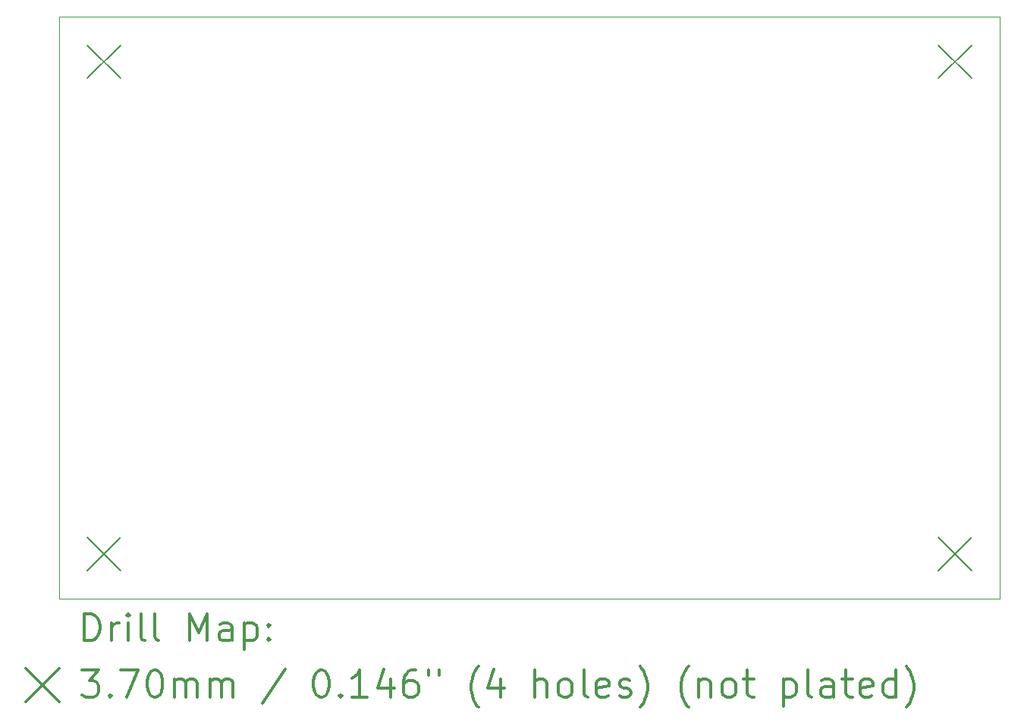
<source format=gbr>
%FSLAX45Y45*%
G04 Gerber Fmt 4.5, Leading zero omitted, Abs format (unit mm)*
G04 Created by KiCad (PCBNEW (5.1.9)-1) date 2021-04-20 14:37:50*
%MOMM*%
%LPD*%
G01*
G04 APERTURE LIST*
%TA.AperFunction,Profile*%
%ADD10C,0.050000*%
%TD*%
%ADD11C,0.200000*%
%ADD12C,0.300000*%
G04 APERTURE END LIST*
D10*
X15500000Y-8500000D02*
X5000000Y-8500000D01*
X15500000Y-15000000D02*
X15500000Y-8500000D01*
X5000000Y-15000000D02*
X15500000Y-15000000D01*
X5000000Y-15000000D02*
X5000000Y-8500000D01*
D11*
X5315000Y-8815000D02*
X5685000Y-9185000D01*
X5685000Y-8815000D02*
X5315000Y-9185000D01*
X5315000Y-14315000D02*
X5685000Y-14685000D01*
X5685000Y-14315000D02*
X5315000Y-14685000D01*
X14815000Y-8815000D02*
X15185000Y-9185000D01*
X15185000Y-8815000D02*
X14815000Y-9185000D01*
X14815000Y-14315000D02*
X15185000Y-14685000D01*
X15185000Y-14315000D02*
X14815000Y-14685000D01*
D12*
X5283928Y-15468214D02*
X5283928Y-15168214D01*
X5355357Y-15168214D01*
X5398214Y-15182500D01*
X5426786Y-15211071D01*
X5441071Y-15239643D01*
X5455357Y-15296786D01*
X5455357Y-15339643D01*
X5441071Y-15396786D01*
X5426786Y-15425357D01*
X5398214Y-15453929D01*
X5355357Y-15468214D01*
X5283928Y-15468214D01*
X5583928Y-15468214D02*
X5583928Y-15268214D01*
X5583928Y-15325357D02*
X5598214Y-15296786D01*
X5612500Y-15282500D01*
X5641071Y-15268214D01*
X5669643Y-15268214D01*
X5769643Y-15468214D02*
X5769643Y-15268214D01*
X5769643Y-15168214D02*
X5755357Y-15182500D01*
X5769643Y-15196786D01*
X5783928Y-15182500D01*
X5769643Y-15168214D01*
X5769643Y-15196786D01*
X5955357Y-15468214D02*
X5926786Y-15453929D01*
X5912500Y-15425357D01*
X5912500Y-15168214D01*
X6112500Y-15468214D02*
X6083928Y-15453929D01*
X6069643Y-15425357D01*
X6069643Y-15168214D01*
X6455357Y-15468214D02*
X6455357Y-15168214D01*
X6555357Y-15382500D01*
X6655357Y-15168214D01*
X6655357Y-15468214D01*
X6926786Y-15468214D02*
X6926786Y-15311071D01*
X6912500Y-15282500D01*
X6883928Y-15268214D01*
X6826786Y-15268214D01*
X6798214Y-15282500D01*
X6926786Y-15453929D02*
X6898214Y-15468214D01*
X6826786Y-15468214D01*
X6798214Y-15453929D01*
X6783928Y-15425357D01*
X6783928Y-15396786D01*
X6798214Y-15368214D01*
X6826786Y-15353929D01*
X6898214Y-15353929D01*
X6926786Y-15339643D01*
X7069643Y-15268214D02*
X7069643Y-15568214D01*
X7069643Y-15282500D02*
X7098214Y-15268214D01*
X7155357Y-15268214D01*
X7183928Y-15282500D01*
X7198214Y-15296786D01*
X7212500Y-15325357D01*
X7212500Y-15411071D01*
X7198214Y-15439643D01*
X7183928Y-15453929D01*
X7155357Y-15468214D01*
X7098214Y-15468214D01*
X7069643Y-15453929D01*
X7341071Y-15439643D02*
X7355357Y-15453929D01*
X7341071Y-15468214D01*
X7326786Y-15453929D01*
X7341071Y-15439643D01*
X7341071Y-15468214D01*
X7341071Y-15282500D02*
X7355357Y-15296786D01*
X7341071Y-15311071D01*
X7326786Y-15296786D01*
X7341071Y-15282500D01*
X7341071Y-15311071D01*
X4627500Y-15777500D02*
X4997500Y-16147500D01*
X4997500Y-15777500D02*
X4627500Y-16147500D01*
X5255357Y-15798214D02*
X5441071Y-15798214D01*
X5341071Y-15912500D01*
X5383928Y-15912500D01*
X5412500Y-15926786D01*
X5426786Y-15941071D01*
X5441071Y-15969643D01*
X5441071Y-16041071D01*
X5426786Y-16069643D01*
X5412500Y-16083929D01*
X5383928Y-16098214D01*
X5298214Y-16098214D01*
X5269643Y-16083929D01*
X5255357Y-16069643D01*
X5569643Y-16069643D02*
X5583928Y-16083929D01*
X5569643Y-16098214D01*
X5555357Y-16083929D01*
X5569643Y-16069643D01*
X5569643Y-16098214D01*
X5683928Y-15798214D02*
X5883928Y-15798214D01*
X5755357Y-16098214D01*
X6055357Y-15798214D02*
X6083928Y-15798214D01*
X6112500Y-15812500D01*
X6126786Y-15826786D01*
X6141071Y-15855357D01*
X6155357Y-15912500D01*
X6155357Y-15983929D01*
X6141071Y-16041071D01*
X6126786Y-16069643D01*
X6112500Y-16083929D01*
X6083928Y-16098214D01*
X6055357Y-16098214D01*
X6026786Y-16083929D01*
X6012500Y-16069643D01*
X5998214Y-16041071D01*
X5983928Y-15983929D01*
X5983928Y-15912500D01*
X5998214Y-15855357D01*
X6012500Y-15826786D01*
X6026786Y-15812500D01*
X6055357Y-15798214D01*
X6283928Y-16098214D02*
X6283928Y-15898214D01*
X6283928Y-15926786D02*
X6298214Y-15912500D01*
X6326786Y-15898214D01*
X6369643Y-15898214D01*
X6398214Y-15912500D01*
X6412500Y-15941071D01*
X6412500Y-16098214D01*
X6412500Y-15941071D02*
X6426786Y-15912500D01*
X6455357Y-15898214D01*
X6498214Y-15898214D01*
X6526786Y-15912500D01*
X6541071Y-15941071D01*
X6541071Y-16098214D01*
X6683928Y-16098214D02*
X6683928Y-15898214D01*
X6683928Y-15926786D02*
X6698214Y-15912500D01*
X6726786Y-15898214D01*
X6769643Y-15898214D01*
X6798214Y-15912500D01*
X6812500Y-15941071D01*
X6812500Y-16098214D01*
X6812500Y-15941071D02*
X6826786Y-15912500D01*
X6855357Y-15898214D01*
X6898214Y-15898214D01*
X6926786Y-15912500D01*
X6941071Y-15941071D01*
X6941071Y-16098214D01*
X7526786Y-15783929D02*
X7269643Y-16169643D01*
X7912500Y-15798214D02*
X7941071Y-15798214D01*
X7969643Y-15812500D01*
X7983928Y-15826786D01*
X7998214Y-15855357D01*
X8012500Y-15912500D01*
X8012500Y-15983929D01*
X7998214Y-16041071D01*
X7983928Y-16069643D01*
X7969643Y-16083929D01*
X7941071Y-16098214D01*
X7912500Y-16098214D01*
X7883928Y-16083929D01*
X7869643Y-16069643D01*
X7855357Y-16041071D01*
X7841071Y-15983929D01*
X7841071Y-15912500D01*
X7855357Y-15855357D01*
X7869643Y-15826786D01*
X7883928Y-15812500D01*
X7912500Y-15798214D01*
X8141071Y-16069643D02*
X8155357Y-16083929D01*
X8141071Y-16098214D01*
X8126786Y-16083929D01*
X8141071Y-16069643D01*
X8141071Y-16098214D01*
X8441071Y-16098214D02*
X8269643Y-16098214D01*
X8355357Y-16098214D02*
X8355357Y-15798214D01*
X8326786Y-15841071D01*
X8298214Y-15869643D01*
X8269643Y-15883929D01*
X8698214Y-15898214D02*
X8698214Y-16098214D01*
X8626786Y-15783929D02*
X8555357Y-15998214D01*
X8741071Y-15998214D01*
X8983928Y-15798214D02*
X8926786Y-15798214D01*
X8898214Y-15812500D01*
X8883928Y-15826786D01*
X8855357Y-15869643D01*
X8841071Y-15926786D01*
X8841071Y-16041071D01*
X8855357Y-16069643D01*
X8869643Y-16083929D01*
X8898214Y-16098214D01*
X8955357Y-16098214D01*
X8983928Y-16083929D01*
X8998214Y-16069643D01*
X9012500Y-16041071D01*
X9012500Y-15969643D01*
X8998214Y-15941071D01*
X8983928Y-15926786D01*
X8955357Y-15912500D01*
X8898214Y-15912500D01*
X8869643Y-15926786D01*
X8855357Y-15941071D01*
X8841071Y-15969643D01*
X9126786Y-15798214D02*
X9126786Y-15855357D01*
X9241071Y-15798214D02*
X9241071Y-15855357D01*
X9683928Y-16212500D02*
X9669643Y-16198214D01*
X9641071Y-16155357D01*
X9626786Y-16126786D01*
X9612500Y-16083929D01*
X9598214Y-16012500D01*
X9598214Y-15955357D01*
X9612500Y-15883929D01*
X9626786Y-15841071D01*
X9641071Y-15812500D01*
X9669643Y-15769643D01*
X9683928Y-15755357D01*
X9926786Y-15898214D02*
X9926786Y-16098214D01*
X9855357Y-15783929D02*
X9783928Y-15998214D01*
X9969643Y-15998214D01*
X10312500Y-16098214D02*
X10312500Y-15798214D01*
X10441071Y-16098214D02*
X10441071Y-15941071D01*
X10426786Y-15912500D01*
X10398214Y-15898214D01*
X10355357Y-15898214D01*
X10326786Y-15912500D01*
X10312500Y-15926786D01*
X10626786Y-16098214D02*
X10598214Y-16083929D01*
X10583928Y-16069643D01*
X10569643Y-16041071D01*
X10569643Y-15955357D01*
X10583928Y-15926786D01*
X10598214Y-15912500D01*
X10626786Y-15898214D01*
X10669643Y-15898214D01*
X10698214Y-15912500D01*
X10712500Y-15926786D01*
X10726786Y-15955357D01*
X10726786Y-16041071D01*
X10712500Y-16069643D01*
X10698214Y-16083929D01*
X10669643Y-16098214D01*
X10626786Y-16098214D01*
X10898214Y-16098214D02*
X10869643Y-16083929D01*
X10855357Y-16055357D01*
X10855357Y-15798214D01*
X11126786Y-16083929D02*
X11098214Y-16098214D01*
X11041071Y-16098214D01*
X11012500Y-16083929D01*
X10998214Y-16055357D01*
X10998214Y-15941071D01*
X11012500Y-15912500D01*
X11041071Y-15898214D01*
X11098214Y-15898214D01*
X11126786Y-15912500D01*
X11141071Y-15941071D01*
X11141071Y-15969643D01*
X10998214Y-15998214D01*
X11255357Y-16083929D02*
X11283928Y-16098214D01*
X11341071Y-16098214D01*
X11369643Y-16083929D01*
X11383928Y-16055357D01*
X11383928Y-16041071D01*
X11369643Y-16012500D01*
X11341071Y-15998214D01*
X11298214Y-15998214D01*
X11269643Y-15983929D01*
X11255357Y-15955357D01*
X11255357Y-15941071D01*
X11269643Y-15912500D01*
X11298214Y-15898214D01*
X11341071Y-15898214D01*
X11369643Y-15912500D01*
X11483928Y-16212500D02*
X11498214Y-16198214D01*
X11526786Y-16155357D01*
X11541071Y-16126786D01*
X11555357Y-16083929D01*
X11569643Y-16012500D01*
X11569643Y-15955357D01*
X11555357Y-15883929D01*
X11541071Y-15841071D01*
X11526786Y-15812500D01*
X11498214Y-15769643D01*
X11483928Y-15755357D01*
X12026786Y-16212500D02*
X12012500Y-16198214D01*
X11983928Y-16155357D01*
X11969643Y-16126786D01*
X11955357Y-16083929D01*
X11941071Y-16012500D01*
X11941071Y-15955357D01*
X11955357Y-15883929D01*
X11969643Y-15841071D01*
X11983928Y-15812500D01*
X12012500Y-15769643D01*
X12026786Y-15755357D01*
X12141071Y-15898214D02*
X12141071Y-16098214D01*
X12141071Y-15926786D02*
X12155357Y-15912500D01*
X12183928Y-15898214D01*
X12226786Y-15898214D01*
X12255357Y-15912500D01*
X12269643Y-15941071D01*
X12269643Y-16098214D01*
X12455357Y-16098214D02*
X12426786Y-16083929D01*
X12412500Y-16069643D01*
X12398214Y-16041071D01*
X12398214Y-15955357D01*
X12412500Y-15926786D01*
X12426786Y-15912500D01*
X12455357Y-15898214D01*
X12498214Y-15898214D01*
X12526786Y-15912500D01*
X12541071Y-15926786D01*
X12555357Y-15955357D01*
X12555357Y-16041071D01*
X12541071Y-16069643D01*
X12526786Y-16083929D01*
X12498214Y-16098214D01*
X12455357Y-16098214D01*
X12641071Y-15898214D02*
X12755357Y-15898214D01*
X12683928Y-15798214D02*
X12683928Y-16055357D01*
X12698214Y-16083929D01*
X12726786Y-16098214D01*
X12755357Y-16098214D01*
X13083928Y-15898214D02*
X13083928Y-16198214D01*
X13083928Y-15912500D02*
X13112500Y-15898214D01*
X13169643Y-15898214D01*
X13198214Y-15912500D01*
X13212500Y-15926786D01*
X13226786Y-15955357D01*
X13226786Y-16041071D01*
X13212500Y-16069643D01*
X13198214Y-16083929D01*
X13169643Y-16098214D01*
X13112500Y-16098214D01*
X13083928Y-16083929D01*
X13398214Y-16098214D02*
X13369643Y-16083929D01*
X13355357Y-16055357D01*
X13355357Y-15798214D01*
X13641071Y-16098214D02*
X13641071Y-15941071D01*
X13626786Y-15912500D01*
X13598214Y-15898214D01*
X13541071Y-15898214D01*
X13512500Y-15912500D01*
X13641071Y-16083929D02*
X13612500Y-16098214D01*
X13541071Y-16098214D01*
X13512500Y-16083929D01*
X13498214Y-16055357D01*
X13498214Y-16026786D01*
X13512500Y-15998214D01*
X13541071Y-15983929D01*
X13612500Y-15983929D01*
X13641071Y-15969643D01*
X13741071Y-15898214D02*
X13855357Y-15898214D01*
X13783928Y-15798214D02*
X13783928Y-16055357D01*
X13798214Y-16083929D01*
X13826786Y-16098214D01*
X13855357Y-16098214D01*
X14069643Y-16083929D02*
X14041071Y-16098214D01*
X13983928Y-16098214D01*
X13955357Y-16083929D01*
X13941071Y-16055357D01*
X13941071Y-15941071D01*
X13955357Y-15912500D01*
X13983928Y-15898214D01*
X14041071Y-15898214D01*
X14069643Y-15912500D01*
X14083928Y-15941071D01*
X14083928Y-15969643D01*
X13941071Y-15998214D01*
X14341071Y-16098214D02*
X14341071Y-15798214D01*
X14341071Y-16083929D02*
X14312500Y-16098214D01*
X14255357Y-16098214D01*
X14226786Y-16083929D01*
X14212500Y-16069643D01*
X14198214Y-16041071D01*
X14198214Y-15955357D01*
X14212500Y-15926786D01*
X14226786Y-15912500D01*
X14255357Y-15898214D01*
X14312500Y-15898214D01*
X14341071Y-15912500D01*
X14455357Y-16212500D02*
X14469643Y-16198214D01*
X14498214Y-16155357D01*
X14512500Y-16126786D01*
X14526786Y-16083929D01*
X14541071Y-16012500D01*
X14541071Y-15955357D01*
X14526786Y-15883929D01*
X14512500Y-15841071D01*
X14498214Y-15812500D01*
X14469643Y-15769643D01*
X14455357Y-15755357D01*
M02*

</source>
